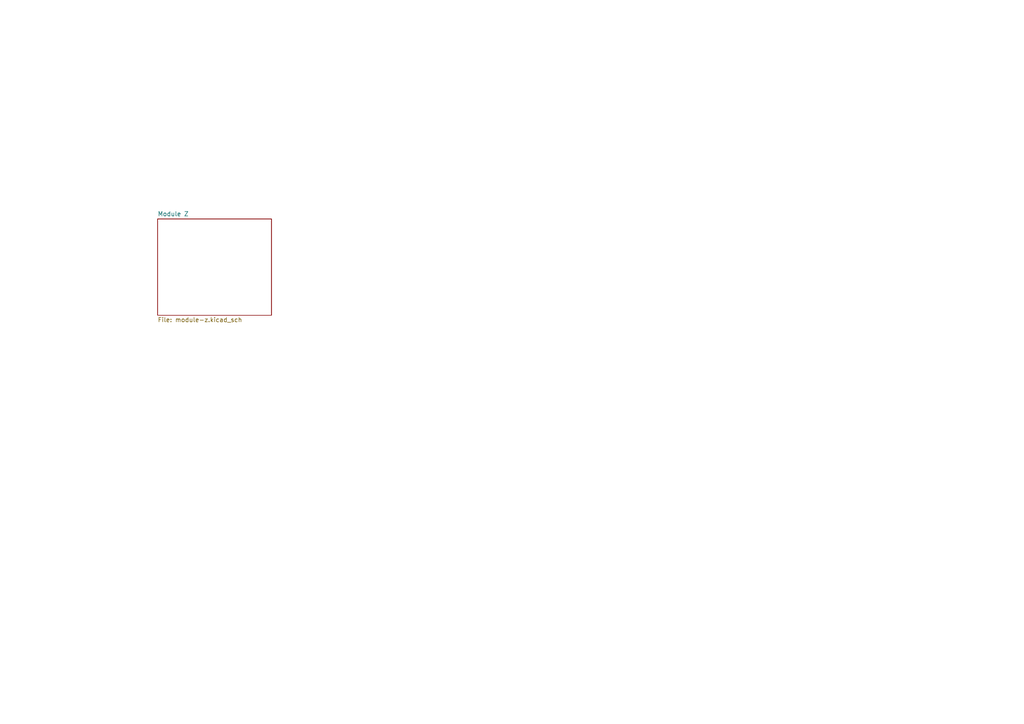
<source format=kicad_sch>
(kicad_sch
	(version 20250114)
	(generator "eeschema")
	(generator_version "9.0")
	(uuid "f50a06a3-36d1-4750-baa0-1d6e2f95c7f0")
	(paper "A4")
	(title_block
		(title "Tesla B115")
	)
	(lib_symbols)
	(sheet
		(at 45.72 63.5)
		(size 33.02 27.94)
		(exclude_from_sim no)
		(in_bom yes)
		(on_board yes)
		(dnp no)
		(fields_autoplaced yes)
		(stroke
			(width 0.1524)
			(type solid)
		)
		(fill
			(color 0 0 0 0.0000)
		)
		(uuid "be2b9435-9ec5-495a-8a30-1936289f51de")
		(property "Sheetname" "Module Z"
			(at 45.72 62.7884 0)
			(effects
				(font
					(size 1.27 1.27)
				)
				(justify left bottom)
			)
		)
		(property "Sheetfile" "module-z.kicad_sch"
			(at 45.72 92.0246 0)
			(effects
				(font
					(size 1.27 1.27)
				)
				(justify left top)
			)
		)
		(instances
			(project "Tesla-B115"
				(path "/f50a06a3-36d1-4750-baa0-1d6e2f95c7f0"
					(page "2")
				)
			)
		)
	)
	(sheet_instances
		(path "/"
			(page "1")
		)
	)
	(embedded_fonts no)
)

</source>
